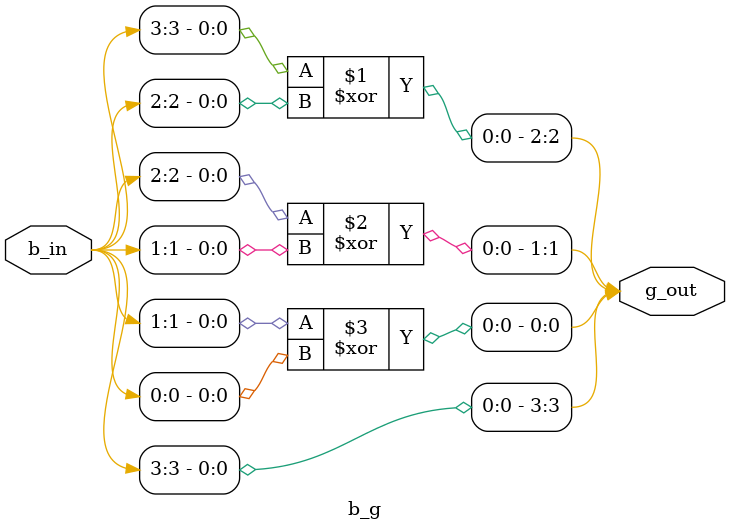
<source format=v>
`timescale 1ns / 1ps

//Binary to Gray Converter
module b_g(
    input [3:0] b_in,
    output [3:0] g_out
    );
    assign g_out[3] = b_in[3];
    assign g_out[2] = b_in[3] ^ b_in[2];
    assign g_out[1] = b_in[2] ^ b_in[1];
    assign g_out[0] = b_in[1] ^ b_in[0];
endmodule

</source>
